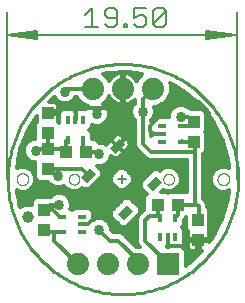
<source format=gtl>
G75*
%MOIN*%
%OFA0B0*%
%FSLAX25Y25*%
%IPPOS*%
%LPD*%
%AMOC8*
5,1,8,0,0,1.08239X$1,22.5*
%
%ADD10C,0.01000*%
%ADD11C,0.00512*%
%ADD12C,0.00600*%
%ADD13C,0.00000*%
%ADD14C,0.03937*%
%ADD15R,0.04331X0.02756*%
%ADD16R,0.01575X0.02953*%
%ADD17R,0.03937X0.04331*%
%ADD18R,0.02953X0.01575*%
%ADD19R,0.04331X0.03937*%
%ADD20R,0.07400X0.07400*%
%ADD21C,0.07400*%
%ADD22C,0.01200*%
%ADD23C,0.03378*%
D10*
X0054721Y0043252D02*
X0054733Y0044194D01*
X0054767Y0045136D01*
X0054825Y0046076D01*
X0054906Y0047014D01*
X0055010Y0047951D01*
X0055136Y0048884D01*
X0055286Y0049815D01*
X0055459Y0050741D01*
X0055654Y0051662D01*
X0055871Y0052579D01*
X0056111Y0053490D01*
X0056374Y0054395D01*
X0056658Y0055293D01*
X0056965Y0056184D01*
X0057293Y0057067D01*
X0057643Y0057942D01*
X0058014Y0058808D01*
X0058406Y0059664D01*
X0058820Y0060511D01*
X0059254Y0061347D01*
X0059708Y0062172D01*
X0060182Y0062986D01*
X0060676Y0063788D01*
X0061190Y0064578D01*
X0061723Y0065355D01*
X0062275Y0066119D01*
X0062846Y0066868D01*
X0063434Y0067604D01*
X0064041Y0068325D01*
X0064665Y0069030D01*
X0065306Y0069721D01*
X0065964Y0070395D01*
X0066638Y0071053D01*
X0067329Y0071694D01*
X0068034Y0072318D01*
X0068755Y0072925D01*
X0069491Y0073513D01*
X0070240Y0074084D01*
X0071004Y0074636D01*
X0071781Y0075169D01*
X0072571Y0075683D01*
X0073373Y0076177D01*
X0074187Y0076651D01*
X0075012Y0077105D01*
X0075848Y0077539D01*
X0076695Y0077953D01*
X0077551Y0078345D01*
X0078417Y0078716D01*
X0079292Y0079066D01*
X0080175Y0079394D01*
X0081066Y0079701D01*
X0081964Y0079985D01*
X0082869Y0080248D01*
X0083780Y0080488D01*
X0084697Y0080705D01*
X0085618Y0080900D01*
X0086544Y0081073D01*
X0087475Y0081223D01*
X0088408Y0081349D01*
X0089345Y0081453D01*
X0090283Y0081534D01*
X0091223Y0081592D01*
X0092165Y0081626D01*
X0093107Y0081638D01*
X0094049Y0081626D01*
X0094991Y0081592D01*
X0095931Y0081534D01*
X0096869Y0081453D01*
X0097806Y0081349D01*
X0098739Y0081223D01*
X0099670Y0081073D01*
X0100596Y0080900D01*
X0101517Y0080705D01*
X0102434Y0080488D01*
X0103345Y0080248D01*
X0104250Y0079985D01*
X0105148Y0079701D01*
X0106039Y0079394D01*
X0106922Y0079066D01*
X0107797Y0078716D01*
X0108663Y0078345D01*
X0109519Y0077953D01*
X0110366Y0077539D01*
X0111202Y0077105D01*
X0112027Y0076651D01*
X0112841Y0076177D01*
X0113643Y0075683D01*
X0114433Y0075169D01*
X0115210Y0074636D01*
X0115974Y0074084D01*
X0116723Y0073513D01*
X0117459Y0072925D01*
X0118180Y0072318D01*
X0118885Y0071694D01*
X0119576Y0071053D01*
X0120250Y0070395D01*
X0120908Y0069721D01*
X0121549Y0069030D01*
X0122173Y0068325D01*
X0122780Y0067604D01*
X0123368Y0066868D01*
X0123939Y0066119D01*
X0124491Y0065355D01*
X0125024Y0064578D01*
X0125538Y0063788D01*
X0126032Y0062986D01*
X0126506Y0062172D01*
X0126960Y0061347D01*
X0127394Y0060511D01*
X0127808Y0059664D01*
X0128200Y0058808D01*
X0128571Y0057942D01*
X0128921Y0057067D01*
X0129249Y0056184D01*
X0129556Y0055293D01*
X0129840Y0054395D01*
X0130103Y0053490D01*
X0130343Y0052579D01*
X0130560Y0051662D01*
X0130755Y0050741D01*
X0130928Y0049815D01*
X0131078Y0048884D01*
X0131204Y0047951D01*
X0131308Y0047014D01*
X0131389Y0046076D01*
X0131447Y0045136D01*
X0131481Y0044194D01*
X0131493Y0043252D01*
X0131481Y0042310D01*
X0131447Y0041368D01*
X0131389Y0040428D01*
X0131308Y0039490D01*
X0131204Y0038553D01*
X0131078Y0037620D01*
X0130928Y0036689D01*
X0130755Y0035763D01*
X0130560Y0034842D01*
X0130343Y0033925D01*
X0130103Y0033014D01*
X0129840Y0032109D01*
X0129556Y0031211D01*
X0129249Y0030320D01*
X0128921Y0029437D01*
X0128571Y0028562D01*
X0128200Y0027696D01*
X0127808Y0026840D01*
X0127394Y0025993D01*
X0126960Y0025157D01*
X0126506Y0024332D01*
X0126032Y0023518D01*
X0125538Y0022716D01*
X0125024Y0021926D01*
X0124491Y0021149D01*
X0123939Y0020385D01*
X0123368Y0019636D01*
X0122780Y0018900D01*
X0122173Y0018179D01*
X0121549Y0017474D01*
X0120908Y0016783D01*
X0120250Y0016109D01*
X0119576Y0015451D01*
X0118885Y0014810D01*
X0118180Y0014186D01*
X0117459Y0013579D01*
X0116723Y0012991D01*
X0115974Y0012420D01*
X0115210Y0011868D01*
X0114433Y0011335D01*
X0113643Y0010821D01*
X0112841Y0010327D01*
X0112027Y0009853D01*
X0111202Y0009399D01*
X0110366Y0008965D01*
X0109519Y0008551D01*
X0108663Y0008159D01*
X0107797Y0007788D01*
X0106922Y0007438D01*
X0106039Y0007110D01*
X0105148Y0006803D01*
X0104250Y0006519D01*
X0103345Y0006256D01*
X0102434Y0006016D01*
X0101517Y0005799D01*
X0100596Y0005604D01*
X0099670Y0005431D01*
X0098739Y0005281D01*
X0097806Y0005155D01*
X0096869Y0005051D01*
X0095931Y0004970D01*
X0094991Y0004912D01*
X0094049Y0004878D01*
X0093107Y0004866D01*
X0092165Y0004878D01*
X0091223Y0004912D01*
X0090283Y0004970D01*
X0089345Y0005051D01*
X0088408Y0005155D01*
X0087475Y0005281D01*
X0086544Y0005431D01*
X0085618Y0005604D01*
X0084697Y0005799D01*
X0083780Y0006016D01*
X0082869Y0006256D01*
X0081964Y0006519D01*
X0081066Y0006803D01*
X0080175Y0007110D01*
X0079292Y0007438D01*
X0078417Y0007788D01*
X0077551Y0008159D01*
X0076695Y0008551D01*
X0075848Y0008965D01*
X0075012Y0009399D01*
X0074187Y0009853D01*
X0073373Y0010327D01*
X0072571Y0010821D01*
X0071781Y0011335D01*
X0071004Y0011868D01*
X0070240Y0012420D01*
X0069491Y0012991D01*
X0068755Y0013579D01*
X0068034Y0014186D01*
X0067329Y0014810D01*
X0066638Y0015451D01*
X0065964Y0016109D01*
X0065306Y0016783D01*
X0064665Y0017474D01*
X0064041Y0018179D01*
X0063434Y0018900D01*
X0062846Y0019636D01*
X0062275Y0020385D01*
X0061723Y0021149D01*
X0061190Y0021926D01*
X0060676Y0022716D01*
X0060182Y0023518D01*
X0059708Y0024332D01*
X0059254Y0025157D01*
X0058820Y0025993D01*
X0058406Y0026840D01*
X0058014Y0027696D01*
X0057643Y0028562D01*
X0057293Y0029437D01*
X0056965Y0030320D01*
X0056658Y0031211D01*
X0056374Y0032109D01*
X0056111Y0033014D01*
X0055871Y0033925D01*
X0055654Y0034842D01*
X0055459Y0035763D01*
X0055286Y0036689D01*
X0055136Y0037620D01*
X0055010Y0038553D01*
X0054906Y0039490D01*
X0054825Y0040428D01*
X0054767Y0041368D01*
X0054733Y0042310D01*
X0054721Y0043252D01*
D11*
X0054327Y0043252D02*
X0054327Y0098961D01*
X0054583Y0091284D02*
X0064564Y0090260D01*
X0064564Y0090027D02*
X0054583Y0091284D01*
X0064564Y0092308D01*
X0064564Y0092541D02*
X0064564Y0090027D01*
X0064564Y0090772D02*
X0054583Y0091284D01*
X0064564Y0091796D01*
X0064564Y0092541D02*
X0054583Y0091284D01*
X0130843Y0091284D01*
X0120863Y0090260D01*
X0120863Y0090027D02*
X0130843Y0091284D01*
X0120863Y0092308D01*
X0120863Y0092541D02*
X0120863Y0090027D01*
X0120863Y0090772D02*
X0130843Y0091284D01*
X0120863Y0091796D01*
X0120863Y0092541D02*
X0130843Y0091284D01*
X0131099Y0098961D02*
X0131099Y0043252D01*
X0093970Y0043252D02*
X0091456Y0043252D01*
X0092713Y0041996D02*
X0092713Y0044509D01*
D12*
X0093429Y0093846D02*
X0094497Y0093846D01*
X0094497Y0094913D01*
X0093429Y0094913D01*
X0093429Y0093846D01*
X0091254Y0094913D02*
X0091254Y0099184D01*
X0090186Y0100251D01*
X0088051Y0100251D01*
X0086984Y0099184D01*
X0086984Y0098116D01*
X0088051Y0097049D01*
X0091254Y0097049D01*
X0091254Y0094913D02*
X0090186Y0093846D01*
X0088051Y0093846D01*
X0086984Y0094913D01*
X0084808Y0093846D02*
X0080538Y0093846D01*
X0082673Y0093846D02*
X0082673Y0100251D01*
X0080538Y0098116D01*
X0096652Y0097049D02*
X0098787Y0098116D01*
X0099855Y0098116D01*
X0100922Y0097049D01*
X0100922Y0094913D01*
X0099855Y0093846D01*
X0097719Y0093846D01*
X0096652Y0094913D01*
X0096652Y0097049D02*
X0096652Y0100251D01*
X0100922Y0100251D01*
X0103097Y0099184D02*
X0104165Y0100251D01*
X0106300Y0100251D01*
X0107368Y0099184D01*
X0103097Y0094913D01*
X0104165Y0093846D01*
X0106300Y0093846D01*
X0107368Y0094913D01*
X0107368Y0099184D01*
X0103097Y0099184D02*
X0103097Y0094913D01*
D13*
X0106571Y0043213D02*
X0106573Y0043297D01*
X0106579Y0043380D01*
X0106589Y0043463D01*
X0106603Y0043546D01*
X0106620Y0043628D01*
X0106642Y0043709D01*
X0106667Y0043788D01*
X0106696Y0043867D01*
X0106729Y0043944D01*
X0106765Y0044019D01*
X0106805Y0044093D01*
X0106848Y0044165D01*
X0106895Y0044234D01*
X0106945Y0044301D01*
X0106998Y0044366D01*
X0107054Y0044428D01*
X0107112Y0044488D01*
X0107174Y0044545D01*
X0107238Y0044598D01*
X0107305Y0044649D01*
X0107374Y0044696D01*
X0107445Y0044741D01*
X0107518Y0044781D01*
X0107593Y0044818D01*
X0107670Y0044852D01*
X0107748Y0044882D01*
X0107827Y0044908D01*
X0107908Y0044931D01*
X0107990Y0044949D01*
X0108072Y0044964D01*
X0108155Y0044975D01*
X0108238Y0044982D01*
X0108322Y0044985D01*
X0108406Y0044984D01*
X0108489Y0044979D01*
X0108573Y0044970D01*
X0108655Y0044957D01*
X0108737Y0044941D01*
X0108818Y0044920D01*
X0108899Y0044896D01*
X0108977Y0044868D01*
X0109055Y0044836D01*
X0109131Y0044800D01*
X0109205Y0044761D01*
X0109277Y0044719D01*
X0109347Y0044673D01*
X0109415Y0044624D01*
X0109480Y0044572D01*
X0109543Y0044517D01*
X0109603Y0044459D01*
X0109661Y0044398D01*
X0109715Y0044334D01*
X0109767Y0044268D01*
X0109815Y0044200D01*
X0109860Y0044129D01*
X0109901Y0044056D01*
X0109940Y0043982D01*
X0109974Y0043906D01*
X0110005Y0043828D01*
X0110032Y0043749D01*
X0110056Y0043668D01*
X0110075Y0043587D01*
X0110091Y0043505D01*
X0110103Y0043422D01*
X0110111Y0043338D01*
X0110115Y0043255D01*
X0110115Y0043171D01*
X0110111Y0043088D01*
X0110103Y0043004D01*
X0110091Y0042921D01*
X0110075Y0042839D01*
X0110056Y0042758D01*
X0110032Y0042677D01*
X0110005Y0042598D01*
X0109974Y0042520D01*
X0109940Y0042444D01*
X0109901Y0042370D01*
X0109860Y0042297D01*
X0109815Y0042226D01*
X0109767Y0042158D01*
X0109715Y0042092D01*
X0109661Y0042028D01*
X0109603Y0041967D01*
X0109543Y0041909D01*
X0109480Y0041854D01*
X0109415Y0041802D01*
X0109347Y0041753D01*
X0109277Y0041707D01*
X0109205Y0041665D01*
X0109131Y0041626D01*
X0109055Y0041590D01*
X0108977Y0041558D01*
X0108899Y0041530D01*
X0108818Y0041506D01*
X0108737Y0041485D01*
X0108655Y0041469D01*
X0108573Y0041456D01*
X0108489Y0041447D01*
X0108406Y0041442D01*
X0108322Y0041441D01*
X0108238Y0041444D01*
X0108155Y0041451D01*
X0108072Y0041462D01*
X0107990Y0041477D01*
X0107908Y0041495D01*
X0107827Y0041518D01*
X0107748Y0041544D01*
X0107670Y0041574D01*
X0107593Y0041608D01*
X0107518Y0041645D01*
X0107445Y0041685D01*
X0107374Y0041730D01*
X0107305Y0041777D01*
X0107238Y0041828D01*
X0107174Y0041881D01*
X0107112Y0041938D01*
X0107054Y0041998D01*
X0106998Y0042060D01*
X0106945Y0042125D01*
X0106895Y0042192D01*
X0106848Y0042261D01*
X0106805Y0042333D01*
X0106765Y0042407D01*
X0106729Y0042482D01*
X0106696Y0042559D01*
X0106667Y0042638D01*
X0106642Y0042717D01*
X0106620Y0042798D01*
X0106603Y0042880D01*
X0106589Y0042963D01*
X0106579Y0043046D01*
X0106573Y0043129D01*
X0106571Y0043213D01*
X0124603Y0043252D02*
X0124605Y0043340D01*
X0124611Y0043428D01*
X0124621Y0043516D01*
X0124635Y0043604D01*
X0124652Y0043690D01*
X0124674Y0043776D01*
X0124699Y0043860D01*
X0124729Y0043944D01*
X0124761Y0044026D01*
X0124798Y0044106D01*
X0124838Y0044185D01*
X0124882Y0044262D01*
X0124929Y0044337D01*
X0124979Y0044409D01*
X0125033Y0044480D01*
X0125089Y0044547D01*
X0125149Y0044613D01*
X0125211Y0044675D01*
X0125277Y0044735D01*
X0125344Y0044791D01*
X0125415Y0044845D01*
X0125487Y0044895D01*
X0125562Y0044942D01*
X0125639Y0044986D01*
X0125718Y0045026D01*
X0125798Y0045063D01*
X0125880Y0045095D01*
X0125964Y0045125D01*
X0126048Y0045150D01*
X0126134Y0045172D01*
X0126220Y0045189D01*
X0126308Y0045203D01*
X0126396Y0045213D01*
X0126484Y0045219D01*
X0126572Y0045221D01*
X0126660Y0045219D01*
X0126748Y0045213D01*
X0126836Y0045203D01*
X0126924Y0045189D01*
X0127010Y0045172D01*
X0127096Y0045150D01*
X0127180Y0045125D01*
X0127264Y0045095D01*
X0127346Y0045063D01*
X0127426Y0045026D01*
X0127505Y0044986D01*
X0127582Y0044942D01*
X0127657Y0044895D01*
X0127729Y0044845D01*
X0127800Y0044791D01*
X0127867Y0044735D01*
X0127933Y0044675D01*
X0127995Y0044613D01*
X0128055Y0044547D01*
X0128111Y0044480D01*
X0128165Y0044409D01*
X0128215Y0044337D01*
X0128262Y0044262D01*
X0128306Y0044185D01*
X0128346Y0044106D01*
X0128383Y0044026D01*
X0128415Y0043944D01*
X0128445Y0043860D01*
X0128470Y0043776D01*
X0128492Y0043690D01*
X0128509Y0043604D01*
X0128523Y0043516D01*
X0128533Y0043428D01*
X0128539Y0043340D01*
X0128541Y0043252D01*
X0128539Y0043164D01*
X0128533Y0043076D01*
X0128523Y0042988D01*
X0128509Y0042900D01*
X0128492Y0042814D01*
X0128470Y0042728D01*
X0128445Y0042644D01*
X0128415Y0042560D01*
X0128383Y0042478D01*
X0128346Y0042398D01*
X0128306Y0042319D01*
X0128262Y0042242D01*
X0128215Y0042167D01*
X0128165Y0042095D01*
X0128111Y0042024D01*
X0128055Y0041957D01*
X0127995Y0041891D01*
X0127933Y0041829D01*
X0127867Y0041769D01*
X0127800Y0041713D01*
X0127729Y0041659D01*
X0127657Y0041609D01*
X0127582Y0041562D01*
X0127505Y0041518D01*
X0127426Y0041478D01*
X0127346Y0041441D01*
X0127264Y0041409D01*
X0127180Y0041379D01*
X0127096Y0041354D01*
X0127010Y0041332D01*
X0126924Y0041315D01*
X0126836Y0041301D01*
X0126748Y0041291D01*
X0126660Y0041285D01*
X0126572Y0041283D01*
X0126484Y0041285D01*
X0126396Y0041291D01*
X0126308Y0041301D01*
X0126220Y0041315D01*
X0126134Y0041332D01*
X0126048Y0041354D01*
X0125964Y0041379D01*
X0125880Y0041409D01*
X0125798Y0041441D01*
X0125718Y0041478D01*
X0125639Y0041518D01*
X0125562Y0041562D01*
X0125487Y0041609D01*
X0125415Y0041659D01*
X0125344Y0041713D01*
X0125277Y0041769D01*
X0125211Y0041829D01*
X0125149Y0041891D01*
X0125089Y0041957D01*
X0125033Y0042024D01*
X0124979Y0042095D01*
X0124929Y0042167D01*
X0124882Y0042242D01*
X0124838Y0042319D01*
X0124798Y0042398D01*
X0124761Y0042478D01*
X0124729Y0042560D01*
X0124699Y0042644D01*
X0124674Y0042728D01*
X0124652Y0042814D01*
X0124635Y0042900D01*
X0124621Y0042988D01*
X0124611Y0043076D01*
X0124605Y0043164D01*
X0124603Y0043252D01*
X0075075Y0043213D02*
X0075077Y0043297D01*
X0075083Y0043380D01*
X0075093Y0043463D01*
X0075107Y0043546D01*
X0075124Y0043628D01*
X0075146Y0043709D01*
X0075171Y0043788D01*
X0075200Y0043867D01*
X0075233Y0043944D01*
X0075269Y0044019D01*
X0075309Y0044093D01*
X0075352Y0044165D01*
X0075399Y0044234D01*
X0075449Y0044301D01*
X0075502Y0044366D01*
X0075558Y0044428D01*
X0075616Y0044488D01*
X0075678Y0044545D01*
X0075742Y0044598D01*
X0075809Y0044649D01*
X0075878Y0044696D01*
X0075949Y0044741D01*
X0076022Y0044781D01*
X0076097Y0044818D01*
X0076174Y0044852D01*
X0076252Y0044882D01*
X0076331Y0044908D01*
X0076412Y0044931D01*
X0076494Y0044949D01*
X0076576Y0044964D01*
X0076659Y0044975D01*
X0076742Y0044982D01*
X0076826Y0044985D01*
X0076910Y0044984D01*
X0076993Y0044979D01*
X0077077Y0044970D01*
X0077159Y0044957D01*
X0077241Y0044941D01*
X0077322Y0044920D01*
X0077403Y0044896D01*
X0077481Y0044868D01*
X0077559Y0044836D01*
X0077635Y0044800D01*
X0077709Y0044761D01*
X0077781Y0044719D01*
X0077851Y0044673D01*
X0077919Y0044624D01*
X0077984Y0044572D01*
X0078047Y0044517D01*
X0078107Y0044459D01*
X0078165Y0044398D01*
X0078219Y0044334D01*
X0078271Y0044268D01*
X0078319Y0044200D01*
X0078364Y0044129D01*
X0078405Y0044056D01*
X0078444Y0043982D01*
X0078478Y0043906D01*
X0078509Y0043828D01*
X0078536Y0043749D01*
X0078560Y0043668D01*
X0078579Y0043587D01*
X0078595Y0043505D01*
X0078607Y0043422D01*
X0078615Y0043338D01*
X0078619Y0043255D01*
X0078619Y0043171D01*
X0078615Y0043088D01*
X0078607Y0043004D01*
X0078595Y0042921D01*
X0078579Y0042839D01*
X0078560Y0042758D01*
X0078536Y0042677D01*
X0078509Y0042598D01*
X0078478Y0042520D01*
X0078444Y0042444D01*
X0078405Y0042370D01*
X0078364Y0042297D01*
X0078319Y0042226D01*
X0078271Y0042158D01*
X0078219Y0042092D01*
X0078165Y0042028D01*
X0078107Y0041967D01*
X0078047Y0041909D01*
X0077984Y0041854D01*
X0077919Y0041802D01*
X0077851Y0041753D01*
X0077781Y0041707D01*
X0077709Y0041665D01*
X0077635Y0041626D01*
X0077559Y0041590D01*
X0077481Y0041558D01*
X0077403Y0041530D01*
X0077322Y0041506D01*
X0077241Y0041485D01*
X0077159Y0041469D01*
X0077077Y0041456D01*
X0076993Y0041447D01*
X0076910Y0041442D01*
X0076826Y0041441D01*
X0076742Y0041444D01*
X0076659Y0041451D01*
X0076576Y0041462D01*
X0076494Y0041477D01*
X0076412Y0041495D01*
X0076331Y0041518D01*
X0076252Y0041544D01*
X0076174Y0041574D01*
X0076097Y0041608D01*
X0076022Y0041645D01*
X0075949Y0041685D01*
X0075878Y0041730D01*
X0075809Y0041777D01*
X0075742Y0041828D01*
X0075678Y0041881D01*
X0075616Y0041938D01*
X0075558Y0041998D01*
X0075502Y0042060D01*
X0075449Y0042125D01*
X0075399Y0042192D01*
X0075352Y0042261D01*
X0075309Y0042333D01*
X0075269Y0042407D01*
X0075233Y0042482D01*
X0075200Y0042559D01*
X0075171Y0042638D01*
X0075146Y0042717D01*
X0075124Y0042798D01*
X0075107Y0042880D01*
X0075093Y0042963D01*
X0075083Y0043046D01*
X0075077Y0043129D01*
X0075075Y0043213D01*
X0057673Y0043252D02*
X0057675Y0043340D01*
X0057681Y0043428D01*
X0057691Y0043516D01*
X0057705Y0043604D01*
X0057722Y0043690D01*
X0057744Y0043776D01*
X0057769Y0043860D01*
X0057799Y0043944D01*
X0057831Y0044026D01*
X0057868Y0044106D01*
X0057908Y0044185D01*
X0057952Y0044262D01*
X0057999Y0044337D01*
X0058049Y0044409D01*
X0058103Y0044480D01*
X0058159Y0044547D01*
X0058219Y0044613D01*
X0058281Y0044675D01*
X0058347Y0044735D01*
X0058414Y0044791D01*
X0058485Y0044845D01*
X0058557Y0044895D01*
X0058632Y0044942D01*
X0058709Y0044986D01*
X0058788Y0045026D01*
X0058868Y0045063D01*
X0058950Y0045095D01*
X0059034Y0045125D01*
X0059118Y0045150D01*
X0059204Y0045172D01*
X0059290Y0045189D01*
X0059378Y0045203D01*
X0059466Y0045213D01*
X0059554Y0045219D01*
X0059642Y0045221D01*
X0059730Y0045219D01*
X0059818Y0045213D01*
X0059906Y0045203D01*
X0059994Y0045189D01*
X0060080Y0045172D01*
X0060166Y0045150D01*
X0060250Y0045125D01*
X0060334Y0045095D01*
X0060416Y0045063D01*
X0060496Y0045026D01*
X0060575Y0044986D01*
X0060652Y0044942D01*
X0060727Y0044895D01*
X0060799Y0044845D01*
X0060870Y0044791D01*
X0060937Y0044735D01*
X0061003Y0044675D01*
X0061065Y0044613D01*
X0061125Y0044547D01*
X0061181Y0044480D01*
X0061235Y0044409D01*
X0061285Y0044337D01*
X0061332Y0044262D01*
X0061376Y0044185D01*
X0061416Y0044106D01*
X0061453Y0044026D01*
X0061485Y0043944D01*
X0061515Y0043860D01*
X0061540Y0043776D01*
X0061562Y0043690D01*
X0061579Y0043604D01*
X0061593Y0043516D01*
X0061603Y0043428D01*
X0061609Y0043340D01*
X0061611Y0043252D01*
X0061609Y0043164D01*
X0061603Y0043076D01*
X0061593Y0042988D01*
X0061579Y0042900D01*
X0061562Y0042814D01*
X0061540Y0042728D01*
X0061515Y0042644D01*
X0061485Y0042560D01*
X0061453Y0042478D01*
X0061416Y0042398D01*
X0061376Y0042319D01*
X0061332Y0042242D01*
X0061285Y0042167D01*
X0061235Y0042095D01*
X0061181Y0042024D01*
X0061125Y0041957D01*
X0061065Y0041891D01*
X0061003Y0041829D01*
X0060937Y0041769D01*
X0060870Y0041713D01*
X0060799Y0041659D01*
X0060727Y0041609D01*
X0060652Y0041562D01*
X0060575Y0041518D01*
X0060496Y0041478D01*
X0060416Y0041441D01*
X0060334Y0041409D01*
X0060250Y0041379D01*
X0060166Y0041354D01*
X0060080Y0041332D01*
X0059994Y0041315D01*
X0059906Y0041301D01*
X0059818Y0041291D01*
X0059730Y0041285D01*
X0059642Y0041283D01*
X0059554Y0041285D01*
X0059466Y0041291D01*
X0059378Y0041301D01*
X0059290Y0041315D01*
X0059204Y0041332D01*
X0059118Y0041354D01*
X0059034Y0041379D01*
X0058950Y0041409D01*
X0058868Y0041441D01*
X0058788Y0041478D01*
X0058709Y0041518D01*
X0058632Y0041562D01*
X0058557Y0041609D01*
X0058485Y0041659D01*
X0058414Y0041713D01*
X0058347Y0041769D01*
X0058281Y0041829D01*
X0058219Y0041891D01*
X0058159Y0041957D01*
X0058103Y0042024D01*
X0058049Y0042095D01*
X0057999Y0042167D01*
X0057952Y0042242D01*
X0057908Y0042319D01*
X0057868Y0042398D01*
X0057831Y0042478D01*
X0057799Y0042560D01*
X0057769Y0042644D01*
X0057744Y0042728D01*
X0057722Y0042814D01*
X0057705Y0042900D01*
X0057691Y0042988D01*
X0057681Y0043076D01*
X0057675Y0043164D01*
X0057673Y0043252D01*
D14*
X0061312Y0030532D03*
D15*
G36*
X0079024Y0043979D02*
X0082085Y0047040D01*
X0084034Y0045091D01*
X0080973Y0042030D01*
X0079024Y0043979D01*
G37*
G36*
X0088768Y0053723D02*
X0091829Y0056784D01*
X0093778Y0054835D01*
X0090717Y0051774D01*
X0088768Y0053723D01*
G37*
G36*
X0101156Y0041335D02*
X0104217Y0044396D01*
X0106166Y0042447D01*
X0103105Y0039386D01*
X0101156Y0041335D01*
G37*
G36*
X0091412Y0031591D02*
X0094473Y0034652D01*
X0096422Y0032703D01*
X0093361Y0029642D01*
X0091412Y0031591D01*
G37*
D16*
X0105490Y0030436D03*
X0110608Y0030436D03*
X0110608Y0023940D03*
X0108049Y0023940D03*
X0105490Y0023940D03*
X0079799Y0056403D03*
X0074681Y0056403D03*
X0074681Y0062899D03*
X0077240Y0062899D03*
X0079799Y0062899D03*
D17*
X0067957Y0065242D03*
X0067957Y0058549D03*
X0068032Y0053231D03*
X0068032Y0046538D03*
X0066888Y0032824D03*
X0066888Y0026131D03*
X0116650Y0055497D03*
X0116650Y0062189D03*
X0118264Y0029730D03*
X0118264Y0023038D03*
D18*
X0112636Y0055719D03*
X0112636Y0060837D03*
X0106140Y0060837D03*
X0106140Y0058278D03*
X0106140Y0055719D03*
X0079373Y0030772D03*
X0079373Y0028213D03*
X0079373Y0025654D03*
X0072877Y0025654D03*
X0072877Y0030772D03*
D19*
X0074257Y0052317D03*
X0080950Y0052317D03*
X0104642Y0034746D03*
X0111335Y0034746D03*
D20*
X0108068Y0014867D03*
D21*
X0098068Y0014867D03*
X0088068Y0014867D03*
X0078068Y0014867D03*
X0083068Y0073331D03*
X0093068Y0073331D03*
X0103068Y0073331D03*
D22*
X0099800Y0070064D01*
X0099800Y0065693D01*
X0099800Y0055064D01*
X0102556Y0052308D01*
X0117123Y0052308D01*
X0117123Y0054679D01*
X0116266Y0055536D01*
X0116650Y0055497D01*
X0112859Y0055497D01*
X0112636Y0055719D01*
X0112807Y0055890D01*
X0112636Y0060837D02*
X0115298Y0060837D01*
X0116650Y0062189D01*
X0114721Y0064119D01*
X0112398Y0064119D01*
X0115098Y0066919D02*
X0114601Y0067416D01*
X0113172Y0068008D01*
X0111625Y0068008D01*
X0110195Y0067416D01*
X0109101Y0066322D01*
X0108509Y0064892D01*
X0108509Y0063825D01*
X0103752Y0063825D01*
X0102600Y0062672D01*
X0102600Y0062994D01*
X0103097Y0063491D01*
X0103689Y0064920D01*
X0103689Y0066467D01*
X0103289Y0067431D01*
X0104241Y0067431D01*
X0106410Y0068329D01*
X0108069Y0069989D01*
X0108968Y0072158D01*
X0108968Y0074505D01*
X0108635Y0075307D01*
X0113807Y0072321D01*
X0118934Y0067879D01*
X0123128Y0062546D01*
X0126237Y0056516D01*
X0128148Y0050006D01*
X0128436Y0046992D01*
X0127401Y0047421D01*
X0125742Y0047421D01*
X0124210Y0046786D01*
X0123038Y0045614D01*
X0122403Y0044082D01*
X0122403Y0042423D01*
X0123038Y0040891D01*
X0124210Y0039719D01*
X0125742Y0039084D01*
X0127401Y0039084D01*
X0128436Y0039513D01*
X0128148Y0036499D01*
X0126237Y0029989D01*
X0123128Y0023959D01*
X0121833Y0022313D01*
X0121833Y0022653D01*
X0118649Y0022653D01*
X0118649Y0023422D01*
X0121833Y0023422D01*
X0121833Y0025414D01*
X0121724Y0025820D01*
X0121678Y0025899D01*
X0122433Y0026654D01*
X0122433Y0032807D01*
X0121144Y0034096D01*
X0121104Y0034096D01*
X0121104Y0034754D01*
X0120678Y0035783D01*
X0119923Y0036538D01*
X0119923Y0051524D01*
X0120819Y0052420D01*
X0120819Y0058573D01*
X0120549Y0058843D01*
X0120819Y0059113D01*
X0120819Y0065266D01*
X0119530Y0066555D01*
X0116156Y0066555D01*
X0115278Y0066919D01*
X0115098Y0066919D01*
X0115077Y0066940D02*
X0119672Y0066940D01*
X0120343Y0065742D02*
X0120614Y0065742D01*
X0120819Y0064543D02*
X0121557Y0064543D01*
X0121847Y0065300D02*
X0118304Y0068843D01*
X0112398Y0068843D01*
X0110036Y0068843D01*
X0102162Y0060969D01*
X0102162Y0059394D01*
X0103278Y0058278D01*
X0106140Y0058278D01*
X0103324Y0058278D02*
X0103324Y0058278D01*
X0103064Y0058278D01*
X0103064Y0058018D01*
X0102600Y0057554D01*
X0102600Y0059002D01*
X0103064Y0058538D01*
X0103064Y0058278D01*
X0103324Y0058278D01*
X0103324Y0058278D01*
X0103052Y0058551D02*
X0102600Y0058551D01*
X0102951Y0063345D02*
X0103273Y0063345D01*
X0103533Y0064543D02*
X0108509Y0064543D01*
X0108861Y0065742D02*
X0103689Y0065742D01*
X0103493Y0066940D02*
X0109720Y0066940D01*
X0107417Y0069337D02*
X0117251Y0069337D01*
X0118634Y0068139D02*
X0105949Y0068139D01*
X0108296Y0070536D02*
X0115867Y0070536D01*
X0114484Y0071734D02*
X0108792Y0071734D01*
X0108968Y0072933D02*
X0112748Y0072933D01*
X0110672Y0074131D02*
X0108968Y0074131D01*
X0099601Y0078208D02*
X0098066Y0076673D01*
X0097728Y0075858D01*
X0097601Y0076109D01*
X0097110Y0076784D01*
X0096520Y0077374D01*
X0095845Y0077864D01*
X0095102Y0078243D01*
X0094309Y0078501D01*
X0093485Y0078631D01*
X0093468Y0078631D01*
X0093468Y0073731D01*
X0092668Y0073731D01*
X0092668Y0078631D01*
X0092650Y0078631D01*
X0091826Y0078501D01*
X0091033Y0078243D01*
X0090290Y0077864D01*
X0089615Y0077374D01*
X0089025Y0076784D01*
X0088535Y0076109D01*
X0088407Y0075858D01*
X0088069Y0076673D01*
X0086531Y0078212D01*
X0088028Y0078575D01*
X0094805Y0078898D01*
X0099601Y0078208D01*
X0099119Y0077727D02*
X0096035Y0077727D01*
X0097296Y0076528D02*
X0098006Y0076528D01*
X0093468Y0076528D02*
X0092668Y0076528D01*
X0092668Y0075330D02*
X0093468Y0075330D01*
X0093468Y0074131D02*
X0092668Y0074131D01*
X0093068Y0073331D02*
X0093068Y0079040D01*
X0093107Y0079079D01*
X0093468Y0077727D02*
X0092668Y0077727D01*
X0090101Y0077727D02*
X0087016Y0077727D01*
X0088129Y0076528D02*
X0088839Y0076528D01*
X0092668Y0072931D02*
X0093468Y0072931D01*
X0093468Y0068031D01*
X0093485Y0068031D01*
X0094309Y0068162D01*
X0095102Y0068420D01*
X0095845Y0068798D01*
X0096520Y0069289D01*
X0097000Y0069768D01*
X0097000Y0068393D01*
X0096503Y0067896D01*
X0095911Y0066467D01*
X0095911Y0064920D01*
X0096503Y0063491D01*
X0097000Y0062994D01*
X0097000Y0054507D01*
X0097426Y0053477D01*
X0098214Y0052690D01*
X0100970Y0049934D01*
X0101999Y0049508D01*
X0114323Y0049508D01*
X0114323Y0038914D01*
X0108258Y0038914D01*
X0107988Y0038644D01*
X0107718Y0038914D01*
X0105744Y0038914D01*
X0106506Y0039675D01*
X0107553Y0039241D01*
X0109133Y0039241D01*
X0110593Y0039846D01*
X0111710Y0040963D01*
X0112315Y0042423D01*
X0112315Y0044003D01*
X0111710Y0045463D01*
X0110593Y0046580D01*
X0109133Y0047185D01*
X0107553Y0047185D01*
X0106093Y0046580D01*
X0105619Y0046106D01*
X0105129Y0046596D01*
X0103307Y0046596D01*
X0098956Y0042245D01*
X0098956Y0040423D01*
X0101015Y0038364D01*
X0100276Y0037625D01*
X0100276Y0033122D01*
X0099788Y0032634D01*
X0098214Y0031059D01*
X0097787Y0030030D01*
X0097787Y0022223D01*
X0098214Y0021194D01*
X0098641Y0020767D01*
X0097505Y0020767D01*
X0093118Y0025154D01*
X0092089Y0025580D01*
X0089936Y0025580D01*
X0089122Y0026394D01*
X0089122Y0027097D01*
X0088530Y0028526D01*
X0087436Y0029620D01*
X0086006Y0030212D01*
X0084459Y0030212D01*
X0083050Y0029628D01*
X0083050Y0032471D01*
X0081761Y0033760D01*
X0076986Y0033760D01*
X0076125Y0032899D01*
X0075581Y0033443D01*
X0075736Y0033817D01*
X0075736Y0035365D01*
X0075144Y0036794D01*
X0074050Y0037888D01*
X0072621Y0038480D01*
X0071074Y0038480D01*
X0069644Y0037888D01*
X0069147Y0037391D01*
X0068099Y0037391D01*
X0067611Y0037189D01*
X0064009Y0037189D01*
X0062720Y0035900D01*
X0062720Y0034461D01*
X0062141Y0034701D01*
X0060483Y0034701D01*
X0058950Y0034066D01*
X0058740Y0033855D01*
X0057639Y0039571D01*
X0058813Y0039084D01*
X0060472Y0039084D01*
X0062004Y0039719D01*
X0063176Y0040891D01*
X0063811Y0042423D01*
X0063811Y0044082D01*
X0063176Y0045614D01*
X0062004Y0046786D01*
X0060472Y0047421D01*
X0058813Y0047421D01*
X0057639Y0046934D01*
X0058867Y0053306D01*
X0061388Y0059605D01*
X0064388Y0064273D01*
X0064388Y0062866D01*
X0064497Y0062459D01*
X0064543Y0062380D01*
X0063788Y0061626D01*
X0063788Y0056590D01*
X0063200Y0056590D01*
X0061770Y0055998D01*
X0060676Y0054904D01*
X0060084Y0053475D01*
X0060084Y0051928D01*
X0060676Y0050498D01*
X0061770Y0049404D01*
X0063200Y0048812D01*
X0063864Y0048812D01*
X0063864Y0043462D01*
X0065152Y0042173D01*
X0068214Y0042173D01*
X0069250Y0041137D01*
X0070680Y0040545D01*
X0072227Y0040545D01*
X0073445Y0041049D01*
X0073480Y0040963D01*
X0074597Y0039846D01*
X0076057Y0039241D01*
X0077637Y0039241D01*
X0079097Y0039846D01*
X0079571Y0040320D01*
X0080061Y0039830D01*
X0081884Y0039830D01*
X0086235Y0044181D01*
X0086235Y0046003D01*
X0084607Y0047631D01*
X0086006Y0047631D01*
X0087436Y0048223D01*
X0088530Y0049317D01*
X0089122Y0050747D01*
X0089122Y0051105D01*
X0089734Y0050493D01*
X0090098Y0050283D01*
X0090505Y0050174D01*
X0090927Y0050174D01*
X0091334Y0050283D01*
X0091698Y0050493D01*
X0093316Y0052110D01*
X0091273Y0054153D01*
X0091399Y0054279D01*
X0091273Y0054405D01*
X0093872Y0057004D01*
X0092812Y0058065D01*
X0092447Y0058275D01*
X0092040Y0058385D01*
X0091619Y0058385D01*
X0091212Y0058275D01*
X0090847Y0058065D01*
X0089230Y0056448D01*
X0091273Y0054405D01*
X0091147Y0054279D01*
X0089104Y0056322D01*
X0087518Y0054735D01*
X0087436Y0054817D01*
X0086006Y0055409D01*
X0085102Y0055409D01*
X0084026Y0056485D01*
X0082787Y0056485D01*
X0082787Y0058791D01*
X0081926Y0059651D01*
X0082787Y0060511D01*
X0082787Y0061384D01*
X0083672Y0061017D01*
X0085219Y0061017D01*
X0086648Y0061609D01*
X0087742Y0062703D01*
X0088334Y0064132D01*
X0088334Y0065680D01*
X0087742Y0067109D01*
X0086648Y0068203D01*
X0086376Y0068316D01*
X0086410Y0068329D01*
X0088069Y0069989D01*
X0088407Y0070804D01*
X0088535Y0070553D01*
X0089025Y0069879D01*
X0089615Y0069289D01*
X0090290Y0068798D01*
X0091033Y0068420D01*
X0091826Y0068162D01*
X0092650Y0068031D01*
X0092668Y0068031D01*
X0092668Y0072931D01*
X0093068Y0073134D02*
X0093068Y0073331D01*
X0093068Y0068016D01*
X0093068Y0059959D01*
X0093107Y0059920D01*
X0093107Y0058607D01*
X0093525Y0057352D02*
X0097000Y0057352D01*
X0097000Y0056154D02*
X0094723Y0056154D01*
X0095059Y0055818D02*
X0093998Y0056879D01*
X0091399Y0054279D01*
X0093441Y0052236D01*
X0095059Y0053853D01*
X0095269Y0054218D01*
X0095378Y0054625D01*
X0095378Y0055046D01*
X0095269Y0055453D01*
X0095059Y0055818D01*
X0095378Y0054955D02*
X0097000Y0054955D01*
X0097311Y0053757D02*
X0094962Y0053757D01*
X0093763Y0052558D02*
X0098346Y0052558D01*
X0099544Y0051360D02*
X0092565Y0051360D01*
X0092868Y0052558D02*
X0093120Y0052558D01*
X0091921Y0053757D02*
X0091669Y0053757D01*
X0091273Y0054279D02*
X0091909Y0054915D01*
X0092320Y0054504D01*
X0092075Y0054955D02*
X0091823Y0054955D01*
X0091909Y0054915D02*
X0093068Y0056074D01*
X0093068Y0059959D01*
X0090134Y0057352D02*
X0082787Y0057352D01*
X0082787Y0058551D02*
X0097000Y0058551D01*
X0097000Y0059749D02*
X0082024Y0059749D01*
X0082787Y0060948D02*
X0097000Y0060948D01*
X0097000Y0062146D02*
X0087185Y0062146D01*
X0088008Y0063345D02*
X0096649Y0063345D01*
X0096067Y0064543D02*
X0088334Y0064543D01*
X0088309Y0065742D02*
X0095911Y0065742D01*
X0096107Y0066940D02*
X0087812Y0066940D01*
X0086713Y0068139D02*
X0091972Y0068139D01*
X0092668Y0068139D02*
X0093468Y0068139D01*
X0093068Y0068016D02*
X0091926Y0066875D01*
X0077359Y0066875D01*
X0071847Y0066875D01*
X0071060Y0066087D01*
X0068802Y0066087D01*
X0067957Y0065242D01*
X0068341Y0064858D02*
X0068341Y0065626D01*
X0071525Y0065626D01*
X0071525Y0067618D01*
X0071416Y0068025D01*
X0071206Y0068390D01*
X0070908Y0068688D01*
X0070543Y0068898D01*
X0070136Y0069007D01*
X0068580Y0069007D01*
X0069738Y0070222D01*
X0070328Y0070643D01*
X0070519Y0070183D01*
X0071613Y0069089D01*
X0073042Y0068497D01*
X0074589Y0068497D01*
X0076019Y0069089D01*
X0077113Y0070183D01*
X0077257Y0070531D01*
X0077841Y0070531D01*
X0078066Y0069989D01*
X0079725Y0068329D01*
X0081595Y0067555D01*
X0081149Y0067109D01*
X0080928Y0066576D01*
X0078101Y0066576D01*
X0077501Y0065976D01*
X0077240Y0065976D01*
X0076980Y0065976D01*
X0076380Y0066576D01*
X0072982Y0066576D01*
X0071694Y0065287D01*
X0071694Y0062058D01*
X0071371Y0062380D01*
X0071416Y0062459D01*
X0071525Y0062866D01*
X0071525Y0064858D01*
X0068341Y0064858D01*
X0064388Y0063345D02*
X0063792Y0063345D01*
X0064309Y0062146D02*
X0063021Y0062146D01*
X0063788Y0060948D02*
X0062251Y0060948D01*
X0061481Y0059749D02*
X0063788Y0059749D01*
X0063788Y0058551D02*
X0060966Y0058551D01*
X0060486Y0057352D02*
X0063788Y0057352D01*
X0062145Y0056154D02*
X0060006Y0056154D01*
X0059527Y0054955D02*
X0060727Y0054955D01*
X0060201Y0053757D02*
X0059047Y0053757D01*
X0058722Y0052558D02*
X0060084Y0052558D01*
X0060319Y0051360D02*
X0058491Y0051360D01*
X0058260Y0050161D02*
X0061014Y0050161D01*
X0062837Y0048962D02*
X0058029Y0048962D01*
X0057798Y0047764D02*
X0063864Y0047764D01*
X0063864Y0046565D02*
X0062225Y0046565D01*
X0063278Y0045367D02*
X0063864Y0045367D01*
X0063864Y0044168D02*
X0063775Y0044168D01*
X0063811Y0042970D02*
X0064355Y0042970D01*
X0063541Y0041771D02*
X0068616Y0041771D01*
X0070611Y0040573D02*
X0062858Y0040573D01*
X0061173Y0039374D02*
X0075736Y0039374D01*
X0073871Y0040573D02*
X0072295Y0040573D01*
X0073355Y0038176D02*
X0100827Y0038176D01*
X0100276Y0036977D02*
X0074961Y0036977D01*
X0075564Y0035779D02*
X0092489Y0035779D01*
X0093563Y0036853D02*
X0089212Y0032502D01*
X0089212Y0030679D01*
X0092449Y0027442D01*
X0094272Y0027442D01*
X0098623Y0031793D01*
X0098623Y0033615D01*
X0095386Y0036853D01*
X0093563Y0036853D01*
X0092320Y0038922D02*
X0081611Y0028213D01*
X0079373Y0028213D01*
X0083050Y0029786D02*
X0083431Y0029786D01*
X0083050Y0030985D02*
X0089212Y0030985D01*
X0089212Y0032183D02*
X0083050Y0032183D01*
X0082139Y0033382D02*
X0090092Y0033382D01*
X0091291Y0034580D02*
X0075736Y0034580D01*
X0075642Y0033382D02*
X0076608Y0033382D01*
X0072877Y0030772D02*
X0072123Y0030772D01*
X0069485Y0033410D01*
X0067475Y0033410D01*
X0068656Y0034591D01*
X0070605Y0034591D01*
X0068837Y0032824D01*
X0066888Y0032824D01*
X0062720Y0034580D02*
X0062431Y0034580D01*
X0062720Y0035779D02*
X0058369Y0035779D01*
X0058138Y0036977D02*
X0063797Y0036977D01*
X0060192Y0034580D02*
X0058600Y0034580D01*
X0057907Y0038176D02*
X0070339Y0038176D01*
X0070605Y0034591D02*
X0071847Y0034591D01*
X0077958Y0039374D02*
X0100004Y0039374D01*
X0098956Y0040573D02*
X0094764Y0040573D01*
X0094795Y0040604D02*
X0094961Y0041005D01*
X0095361Y0041170D01*
X0096052Y0041861D01*
X0096426Y0042764D01*
X0096426Y0043741D01*
X0096052Y0044644D01*
X0095361Y0045334D01*
X0094961Y0045500D01*
X0094795Y0045900D01*
X0094104Y0046591D01*
X0093202Y0046965D01*
X0092225Y0046965D01*
X0091322Y0046591D01*
X0090631Y0045900D01*
X0090465Y0045500D01*
X0090065Y0045334D01*
X0089374Y0044644D01*
X0089000Y0043741D01*
X0089000Y0042764D01*
X0089374Y0041861D01*
X0090065Y0041170D01*
X0090465Y0041005D01*
X0090631Y0040604D01*
X0091322Y0039914D01*
X0092225Y0039540D01*
X0093202Y0039540D01*
X0094104Y0039914D01*
X0094795Y0040604D01*
X0095962Y0041771D02*
X0098956Y0041771D01*
X0099680Y0042970D02*
X0096426Y0042970D01*
X0096249Y0044168D02*
X0100879Y0044168D01*
X0102077Y0045367D02*
X0095283Y0045367D01*
X0094130Y0046565D02*
X0103276Y0046565D01*
X0105160Y0046565D02*
X0106079Y0046565D01*
X0110608Y0046565D02*
X0114323Y0046565D01*
X0114323Y0045367D02*
X0111750Y0045367D01*
X0112246Y0044168D02*
X0114323Y0044168D01*
X0114323Y0042970D02*
X0112315Y0042970D01*
X0112045Y0041771D02*
X0114323Y0041771D01*
X0114323Y0040573D02*
X0111320Y0040573D01*
X0109454Y0039374D02*
X0114323Y0039374D01*
X0117123Y0034746D02*
X0111335Y0034746D01*
X0111335Y0031163D01*
X0110608Y0030436D01*
X0113596Y0029464D02*
X0113596Y0028048D01*
X0112735Y0027188D01*
X0113596Y0026328D01*
X0113596Y0021552D01*
X0112744Y0020701D01*
X0113968Y0019478D01*
X0113968Y0014323D01*
X0118934Y0018626D01*
X0119442Y0019272D01*
X0118649Y0019272D01*
X0118649Y0022653D01*
X0117880Y0022653D01*
X0117880Y0019272D01*
X0116085Y0019272D01*
X0115678Y0019381D01*
X0115313Y0019592D01*
X0115016Y0019890D01*
X0114805Y0020255D01*
X0114696Y0020662D01*
X0114696Y0022653D01*
X0117880Y0022653D01*
X0117880Y0023422D01*
X0114696Y0023422D01*
X0114696Y0025414D01*
X0114805Y0025820D01*
X0114850Y0025899D01*
X0114096Y0026654D01*
X0114096Y0030512D01*
X0113708Y0029577D01*
X0113596Y0029464D01*
X0113795Y0029786D02*
X0114096Y0029786D01*
X0114096Y0028588D02*
X0113596Y0028588D01*
X0114096Y0027389D02*
X0112936Y0027389D01*
X0113596Y0026191D02*
X0114559Y0026191D01*
X0114696Y0024992D02*
X0113596Y0024992D01*
X0113596Y0023794D02*
X0114696Y0023794D01*
X0114696Y0022595D02*
X0113596Y0022595D01*
X0113440Y0021397D02*
X0114696Y0021397D01*
X0113973Y0020812D02*
X0108068Y0020812D01*
X0108049Y0020830D01*
X0108049Y0023940D01*
X0108049Y0021124D02*
X0108049Y0021124D01*
X0108049Y0021124D01*
X0108049Y0020864D01*
X0107789Y0020864D01*
X0107692Y0020767D01*
X0108407Y0020767D01*
X0108310Y0020864D01*
X0108049Y0020864D01*
X0108049Y0021124D01*
X0106847Y0016520D02*
X0108068Y0015300D01*
X0108068Y0014867D01*
X0107280Y0016087D02*
X0106847Y0016520D01*
X0100587Y0022780D01*
X0100587Y0029473D01*
X0102162Y0031048D01*
X0104878Y0031048D01*
X0104642Y0031284D01*
X0104642Y0034746D01*
X0104878Y0031048D02*
X0105490Y0030436D01*
X0100276Y0033382D02*
X0098623Y0033382D01*
X0098623Y0032183D02*
X0099338Y0032183D01*
X0098183Y0030985D02*
X0097815Y0030985D01*
X0097787Y0029786D02*
X0096617Y0029786D01*
X0097787Y0028588D02*
X0095418Y0028588D01*
X0097787Y0027389D02*
X0089001Y0027389D01*
X0089325Y0026191D02*
X0097787Y0026191D01*
X0097787Y0024992D02*
X0093280Y0024992D01*
X0094478Y0023794D02*
X0097787Y0023794D01*
X0097787Y0022595D02*
X0095677Y0022595D01*
X0096875Y0021397D02*
X0098130Y0021397D01*
X0098068Y0016245D02*
X0091532Y0022780D01*
X0088776Y0022780D01*
X0085233Y0026323D01*
X0087035Y0029786D02*
X0090105Y0029786D01*
X0091303Y0028588D02*
X0088468Y0028588D01*
X0096459Y0035779D02*
X0100276Y0035779D01*
X0100276Y0034580D02*
X0097658Y0034580D01*
X0090663Y0040573D02*
X0082627Y0040573D01*
X0083825Y0041771D02*
X0089464Y0041771D01*
X0089000Y0042970D02*
X0085024Y0042970D01*
X0086222Y0044168D02*
X0089178Y0044168D01*
X0090144Y0045367D02*
X0086235Y0045367D01*
X0085673Y0046565D02*
X0091296Y0046565D01*
X0088175Y0048962D02*
X0114323Y0048962D01*
X0114323Y0047764D02*
X0086327Y0047764D01*
X0088879Y0050161D02*
X0100743Y0050161D01*
X0093273Y0056154D02*
X0093021Y0056154D01*
X0090723Y0054955D02*
X0090471Y0054955D01*
X0089524Y0056154D02*
X0089272Y0056154D01*
X0088936Y0056154D02*
X0084358Y0056154D01*
X0087103Y0054955D02*
X0087737Y0054955D01*
X0084436Y0052317D02*
X0085233Y0051520D01*
X0084436Y0052317D02*
X0080950Y0052317D01*
X0079799Y0053467D01*
X0079799Y0056403D01*
X0074681Y0056403D02*
X0074257Y0055979D01*
X0074257Y0053286D01*
X0074202Y0053231D01*
X0068032Y0053231D01*
X0064503Y0053231D01*
X0063973Y0052701D01*
X0068032Y0053231D02*
X0068032Y0058474D01*
X0067957Y0058549D01*
X0071605Y0062146D02*
X0071694Y0062146D01*
X0071694Y0063345D02*
X0071525Y0063345D01*
X0071525Y0064543D02*
X0071694Y0064543D01*
X0071525Y0065742D02*
X0072149Y0065742D01*
X0071525Y0066940D02*
X0081079Y0066940D01*
X0080186Y0068139D02*
X0071351Y0068139D01*
X0071365Y0069337D02*
X0068894Y0069337D01*
X0070178Y0070536D02*
X0070373Y0070536D01*
X0073816Y0072386D02*
X0074760Y0073331D01*
X0083068Y0073331D01*
X0087417Y0069337D02*
X0089566Y0069337D01*
X0088547Y0070536D02*
X0088296Y0070536D01*
X0092668Y0070536D02*
X0093468Y0070536D01*
X0093468Y0071734D02*
X0092668Y0071734D01*
X0092668Y0069337D02*
X0093468Y0069337D01*
X0094163Y0068139D02*
X0096745Y0068139D01*
X0096569Y0069337D02*
X0097000Y0069337D01*
X0078718Y0069337D02*
X0076266Y0069337D01*
X0077359Y0066875D02*
X0077359Y0063018D01*
X0077240Y0062899D01*
X0077240Y0065715D02*
X0077240Y0065715D01*
X0077240Y0065715D01*
X0077240Y0065976D01*
X0077240Y0065715D01*
X0077240Y0065742D02*
X0077240Y0065742D01*
X0074257Y0053286D02*
X0074257Y0052317D01*
X0079526Y0046538D02*
X0068032Y0046538D01*
X0071318Y0044434D01*
X0071453Y0044434D01*
X0079526Y0046538D02*
X0081529Y0044535D01*
X0072877Y0025654D02*
X0070272Y0025654D01*
X0070272Y0022662D01*
X0078068Y0014867D01*
X0070272Y0025654D02*
X0067365Y0025654D01*
X0066888Y0026131D01*
X0058112Y0039374D02*
X0057676Y0039374D01*
X0098068Y0016245D02*
X0098068Y0014867D01*
X0113968Y0015404D02*
X0115215Y0015404D01*
X0113968Y0016603D02*
X0116598Y0016603D01*
X0117982Y0017801D02*
X0113968Y0017801D01*
X0113968Y0019000D02*
X0119228Y0019000D01*
X0118649Y0020198D02*
X0117880Y0020198D01*
X0117880Y0021397D02*
X0118649Y0021397D01*
X0118649Y0022595D02*
X0117880Y0022595D01*
X0118264Y0023038D02*
X0118401Y0023174D01*
X0121060Y0023174D01*
X0121847Y0023961D01*
X0121847Y0035772D01*
X0121847Y0065300D01*
X0122499Y0063345D02*
X0120819Y0063345D01*
X0120819Y0062146D02*
X0123334Y0062146D01*
X0123952Y0060948D02*
X0120819Y0060948D01*
X0120819Y0059749D02*
X0124570Y0059749D01*
X0125187Y0058551D02*
X0120819Y0058551D01*
X0120819Y0057352D02*
X0125805Y0057352D01*
X0126343Y0056154D02*
X0120819Y0056154D01*
X0120819Y0054955D02*
X0126695Y0054955D01*
X0127047Y0053757D02*
X0120819Y0053757D01*
X0120819Y0052558D02*
X0127399Y0052558D01*
X0127750Y0051360D02*
X0119923Y0051360D01*
X0119923Y0050161D02*
X0128102Y0050161D01*
X0128248Y0048962D02*
X0119923Y0048962D01*
X0119923Y0047764D02*
X0128362Y0047764D01*
X0123989Y0046565D02*
X0119923Y0046565D01*
X0119923Y0045367D02*
X0122935Y0045367D01*
X0122439Y0044168D02*
X0119923Y0044168D01*
X0119923Y0042970D02*
X0122403Y0042970D01*
X0122673Y0041771D02*
X0119923Y0041771D01*
X0119923Y0040573D02*
X0123356Y0040573D01*
X0125041Y0039374D02*
X0119923Y0039374D01*
X0119923Y0038176D02*
X0128308Y0038176D01*
X0128422Y0039374D02*
X0128102Y0039374D01*
X0128194Y0036977D02*
X0119923Y0036977D01*
X0120679Y0035779D02*
X0127936Y0035779D01*
X0128148Y0036499D02*
X0128148Y0036499D01*
X0127585Y0034580D02*
X0121104Y0034580D01*
X0121858Y0033382D02*
X0127233Y0033382D01*
X0126881Y0032183D02*
X0122433Y0032183D01*
X0122433Y0030985D02*
X0126529Y0030985D01*
X0126132Y0029786D02*
X0122433Y0029786D01*
X0122433Y0028588D02*
X0125514Y0028588D01*
X0124896Y0027389D02*
X0122433Y0027389D01*
X0121970Y0026191D02*
X0124278Y0026191D01*
X0123660Y0024992D02*
X0121833Y0024992D01*
X0121833Y0023794D02*
X0122998Y0023794D01*
X0122055Y0022595D02*
X0121833Y0022595D01*
X0114837Y0020198D02*
X0113247Y0020198D01*
X0118264Y0029730D02*
X0118304Y0029770D01*
X0118304Y0034197D01*
X0117756Y0034746D01*
X0117123Y0034746D01*
X0117123Y0052308D01*
X0107232Y0039374D02*
X0106205Y0039374D01*
D23*
X0121847Y0035772D03*
X0112398Y0064119D03*
X0112398Y0068843D03*
X0099800Y0065693D03*
X0093107Y0058607D03*
X0085233Y0051520D03*
X0084446Y0064906D03*
X0073816Y0072386D03*
X0063973Y0052701D03*
X0071453Y0044434D03*
X0071847Y0034591D03*
X0059249Y0036953D03*
X0085233Y0026323D03*
M02*

</source>
